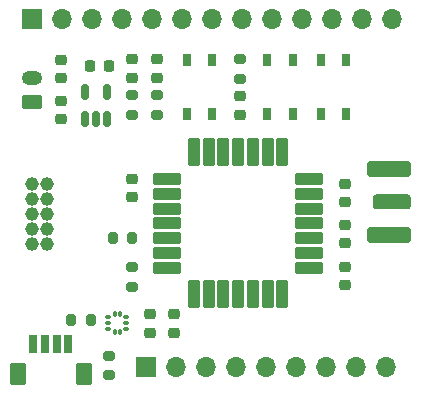
<source format=gts>
G04 #@! TF.GenerationSoftware,KiCad,Pcbnew,9.0.0*
G04 #@! TF.CreationDate,2025-07-01T12:28:05-04:00*
G04 #@! TF.ProjectId,wio-e5-test,77696f2d-6535-42d7-9465-73742e6b6963,rev?*
G04 #@! TF.SameCoordinates,Original*
G04 #@! TF.FileFunction,Soldermask,Top*
G04 #@! TF.FilePolarity,Negative*
%FSLAX46Y46*%
G04 Gerber Fmt 4.6, Leading zero omitted, Abs format (unit mm)*
G04 Created by KiCad (PCBNEW 9.0.0) date 2025-07-01 12:28:05*
%MOMM*%
%LPD*%
G01*
G04 APERTURE LIST*
G04 Aperture macros list*
%AMRoundRect*
0 Rectangle with rounded corners*
0 $1 Rounding radius*
0 $2 $3 $4 $5 $6 $7 $8 $9 X,Y pos of 4 corners*
0 Add a 4 corners polygon primitive as box body*
4,1,4,$2,$3,$4,$5,$6,$7,$8,$9,$2,$3,0*
0 Add four circle primitives for the rounded corners*
1,1,$1+$1,$2,$3*
1,1,$1+$1,$4,$5*
1,1,$1+$1,$6,$7*
1,1,$1+$1,$8,$9*
0 Add four rect primitives between the rounded corners*
20,1,$1+$1,$2,$3,$4,$5,0*
20,1,$1+$1,$4,$5,$6,$7,0*
20,1,$1+$1,$6,$7,$8,$9,0*
20,1,$1+$1,$8,$9,$2,$3,0*%
G04 Aperture macros list end*
%ADD10C,1.168400*%
%ADD11R,1.700000X1.700000*%
%ADD12O,1.700000X1.700000*%
%ADD13RoundRect,0.100000X1.050000X-0.400000X1.050000X0.400000X-1.050000X0.400000X-1.050000X-0.400000X0*%
%ADD14RoundRect,0.100000X0.400000X1.050000X-0.400000X1.050000X-0.400000X-1.050000X0.400000X-1.050000X0*%
%ADD15RoundRect,0.100000X-1.050000X0.400000X-1.050000X-0.400000X1.050000X-0.400000X1.050000X0.400000X0*%
%ADD16RoundRect,0.100000X-0.400000X-1.050000X0.400000X-1.050000X0.400000X1.050000X-0.400000X1.050000X0*%
%ADD17RoundRect,0.218750X0.256250X-0.218750X0.256250X0.218750X-0.256250X0.218750X-0.256250X-0.218750X0*%
%ADD18RoundRect,0.200000X0.275000X-0.200000X0.275000X0.200000X-0.275000X0.200000X-0.275000X-0.200000X0*%
%ADD19RoundRect,0.225000X0.225000X0.250000X-0.225000X0.250000X-0.225000X-0.250000X0.225000X-0.250000X0*%
%ADD20RoundRect,0.225000X0.250000X-0.225000X0.250000X0.225000X-0.250000X0.225000X-0.250000X-0.225000X0*%
%ADD21RoundRect,0.250000X1.350000X-0.385000X1.350000X0.385000X-1.350000X0.385000X-1.350000X-0.385000X0*%
%ADD22RoundRect,0.250000X1.600000X-0.425000X1.600000X0.425000X-1.600000X0.425000X-1.600000X-0.425000X0*%
%ADD23RoundRect,0.225000X-0.250000X0.225000X-0.250000X-0.225000X0.250000X-0.225000X0.250000X0.225000X0*%
%ADD24RoundRect,0.200000X0.200000X0.275000X-0.200000X0.275000X-0.200000X-0.275000X0.200000X-0.275000X0*%
%ADD25RoundRect,0.200000X-0.275000X0.200000X-0.275000X-0.200000X0.275000X-0.200000X0.275000X0.200000X0*%
%ADD26RoundRect,0.066040X0.264160X0.708660X-0.264160X0.708660X-0.264160X-0.708660X0.264160X-0.708660X0*%
%ADD27RoundRect,0.129540X0.518160X0.822960X-0.518160X0.822960X-0.518160X-0.822960X0.518160X-0.822960X0*%
%ADD28R,0.711200X0.990600*%
%ADD29RoundRect,0.218750X-0.256250X0.218750X-0.256250X-0.218750X0.256250X-0.218750X0.256250X0.218750X0*%
%ADD30RoundRect,0.087500X-0.087500X0.125000X-0.087500X-0.125000X0.087500X-0.125000X0.087500X0.125000X0*%
%ADD31RoundRect,0.087500X-0.125000X0.087500X-0.125000X-0.087500X0.125000X-0.087500X0.125000X0.087500X0*%
%ADD32RoundRect,0.200000X-0.200000X-0.275000X0.200000X-0.275000X0.200000X0.275000X-0.200000X0.275000X0*%
%ADD33RoundRect,0.150000X0.150000X-0.512500X0.150000X0.512500X-0.150000X0.512500X-0.150000X-0.512500X0*%
%ADD34RoundRect,0.250000X-0.625000X0.350000X-0.625000X-0.350000X0.625000X-0.350000X0.625000X0.350000X0*%
%ADD35O,1.750000X1.200000*%
G04 APERTURE END LIST*
D10*
G04 #@! TO.C,J3*
X140000000Y-139000000D03*
X141270000Y-139000000D03*
X140000000Y-140270000D03*
X141270000Y-140270000D03*
X140000000Y-141540000D03*
X141270000Y-141540000D03*
X140000000Y-142810000D03*
X141270000Y-142810000D03*
X140000000Y-144080000D03*
X141270000Y-144080000D03*
G04 #@! TD*
D11*
G04 #@! TO.C,J7*
X149660000Y-154500000D03*
D12*
X152200000Y-154500000D03*
X154740000Y-154500000D03*
X157280000Y-154500000D03*
X159820000Y-154500000D03*
X162360000Y-154500000D03*
X164900000Y-154500000D03*
X167440000Y-154500000D03*
X169980000Y-154500000D03*
G04 #@! TD*
D13*
G04 #@! TO.C,U3*
X151467500Y-138545000D03*
X151467500Y-139795000D03*
X151467500Y-141045000D03*
X151467500Y-142295000D03*
X151467500Y-143545000D03*
X151467500Y-144795000D03*
X151467500Y-146045000D03*
D14*
X153717500Y-148295000D03*
X154967500Y-148295000D03*
X156217500Y-148295000D03*
X157467500Y-148295000D03*
X158717500Y-148295000D03*
X159967500Y-148295000D03*
X161217500Y-148295000D03*
D15*
X163467500Y-146045000D03*
X163467500Y-144795000D03*
X163467500Y-143545000D03*
X163467500Y-142295000D03*
X163467500Y-141045000D03*
X163467500Y-139795000D03*
X163467500Y-138545000D03*
D16*
X161217500Y-136295000D03*
X159967500Y-136295000D03*
X158717500Y-136295000D03*
X157467500Y-136295000D03*
X156217500Y-136295000D03*
X154967500Y-136295000D03*
X153717500Y-136295000D03*
G04 #@! TD*
D17*
G04 #@! TO.C,L1*
X166500000Y-144000000D03*
X166500000Y-142425000D03*
G04 #@! TD*
D18*
G04 #@! TO.C,R5*
X150600000Y-133100000D03*
X150600000Y-131450000D03*
G04 #@! TD*
D19*
G04 #@! TO.C,C5*
X146500000Y-129000000D03*
X144950000Y-129000000D03*
G04 #@! TD*
D20*
G04 #@! TO.C,C8*
X166500000Y-140500000D03*
X166500000Y-138950000D03*
G04 #@! TD*
D21*
G04 #@! TO.C,J5*
X170500000Y-140500000D03*
D22*
X170250000Y-137675000D03*
X170250000Y-143325000D03*
G04 #@! TD*
D23*
G04 #@! TO.C,C1*
X152000000Y-150000000D03*
X152000000Y-151550000D03*
G04 #@! TD*
D24*
G04 #@! TO.C,R7*
X148500000Y-143500000D03*
X146850000Y-143500000D03*
G04 #@! TD*
D25*
G04 #@! TO.C,R4*
X157600000Y-128400000D03*
X157600000Y-130050000D03*
G04 #@! TD*
G04 #@! TO.C,R6*
X148500000Y-146000000D03*
X148500000Y-147650000D03*
G04 #@! TD*
D20*
G04 #@! TO.C,C4*
X142500000Y-130000000D03*
X142500000Y-128450000D03*
G04 #@! TD*
D23*
G04 #@! TO.C,C6*
X148500000Y-138500000D03*
X148500000Y-140050000D03*
G04 #@! TD*
D25*
G04 #@! TO.C,R3*
X146500000Y-153500000D03*
X146500000Y-155150000D03*
G04 #@! TD*
D26*
G04 #@! TO.C,J6*
X143100000Y-152500000D03*
X142099999Y-152500000D03*
X141100001Y-152500000D03*
X140100000Y-152500000D03*
D27*
X144399999Y-155080000D03*
X138800001Y-155080000D03*
G04 #@! TD*
D28*
G04 #@! TO.C,SW2*
X153100000Y-133000000D03*
X153100000Y-128499998D03*
X155249998Y-133000000D03*
X155249998Y-128499998D03*
G04 #@! TD*
G04 #@! TO.C,SW3*
X162100000Y-128499998D03*
X162100000Y-133000000D03*
X159950002Y-128499998D03*
X159950002Y-133000000D03*
G04 #@! TD*
D20*
G04 #@! TO.C,C9*
X157600000Y-133100000D03*
X157600000Y-131550000D03*
G04 #@! TD*
D29*
G04 #@! TO.C,D2*
X150600000Y-128400000D03*
X150600000Y-129975000D03*
G04 #@! TD*
D20*
G04 #@! TO.C,C3*
X142500000Y-133450000D03*
X142500000Y-131900000D03*
G04 #@! TD*
D30*
G04 #@! TO.C,U2*
X147500000Y-150000000D03*
X147000000Y-150000000D03*
D31*
X146487500Y-150262500D03*
X146487500Y-150762500D03*
X146487500Y-151262500D03*
D30*
X147000000Y-151525000D03*
X147500000Y-151525000D03*
D31*
X148012500Y-151262500D03*
X148012500Y-150762500D03*
X148012500Y-150262500D03*
G04 #@! TD*
D29*
G04 #@! TO.C,D1*
X148500000Y-128400000D03*
X148500000Y-129975000D03*
G04 #@! TD*
D32*
G04 #@! TO.C,R2*
X143350000Y-150500000D03*
X145000000Y-150500000D03*
G04 #@! TD*
D23*
G04 #@! TO.C,C2*
X150000000Y-150000000D03*
X150000000Y-151550000D03*
G04 #@! TD*
D11*
G04 #@! TO.C,J4*
X140000000Y-125000000D03*
D12*
X142540000Y-125000000D03*
X145080000Y-125000000D03*
X147620000Y-125000000D03*
X150160000Y-125000000D03*
X152700000Y-125000000D03*
X155240000Y-125000000D03*
X157780000Y-125000000D03*
X160320000Y-125000000D03*
X162860000Y-125000000D03*
X165400000Y-125000000D03*
X167940000Y-125000000D03*
X170480000Y-125000000D03*
G04 #@! TD*
D33*
G04 #@! TO.C,U1*
X144500000Y-133450000D03*
X145450000Y-133450000D03*
X146400000Y-133450000D03*
X146400000Y-131175000D03*
X144500000Y-131175000D03*
G04 #@! TD*
D28*
G04 #@! TO.C,SW1*
X164450002Y-133000000D03*
X164450002Y-128499998D03*
X166600000Y-133000000D03*
X166600000Y-128499998D03*
G04 #@! TD*
D18*
G04 #@! TO.C,R1*
X148500000Y-133100000D03*
X148500000Y-131450000D03*
G04 #@! TD*
D23*
G04 #@! TO.C,C7*
X166500000Y-146000000D03*
X166500000Y-147550000D03*
G04 #@! TD*
D34*
G04 #@! TO.C,J1*
X140000000Y-132000000D03*
D35*
X140000000Y-130000000D03*
G04 #@! TD*
M02*

</source>
